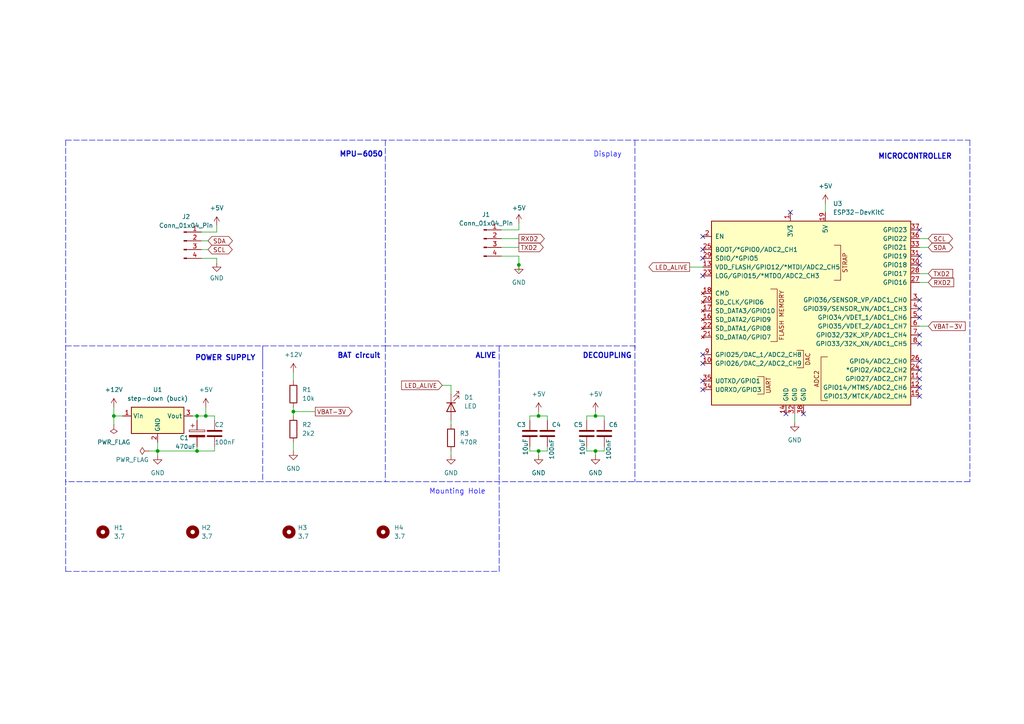
<source format=kicad_sch>
(kicad_sch (version 20230121) (generator eeschema)
  (paper "A4")
  (lib_symbols
    (symbol "+5V_1" (power) (pin_names (offset 0))
      (property "Value" "+5V_1" (at 0 3.556 0))
      (symbol "+5V_1_0_1"
        (polyline (pts (xy -0.762 1.27) (xy 0 2.54)))
        (polyline (pts (xy 0 0) (xy 0 2.54)))
        (polyline (pts (xy 0 2.54) (xy 0.762 1.27)))
      )
      (symbol "+5V_1_1_1"
        (pin power_in line (at 0 0 90) (length 0) hide (name "+5V") (number "1"))
      )
    )
    (symbol "+5V_2" (power) (pin_names (offset 0))
      (property "Value" "+5V_2" (at 0 3.556 0))
      (symbol "+5V_2_0_1"
        (polyline (pts (xy -0.762 1.27) (xy 0 2.54)))
        (polyline (pts (xy 0 0) (xy 0 2.54)))
        (polyline (pts (xy 0 2.54) (xy 0.762 1.27)))
      )
      (symbol "+5V_2_1_1"
        (pin power_in line (at 0 0 90) (length 0) hide (name "+5V") (number "1"))
      )
    )
    (symbol "+5V_3" (power) (pin_names (offset 0))
      (property "Value" "+5V_3" (at 0 3.556 0))
      (symbol "+5V_3_0_1"
        (polyline (pts (xy -0.762 1.27) (xy 0 2.54)))
        (polyline (pts (xy 0 0) (xy 0 2.54)))
        (polyline (pts (xy 0 2.54) (xy 0.762 1.27)))
      )
      (symbol "+5V_3_1_1"
        (pin power_in line (at 0 0 90) (length 0) hide (name "+5V") (number "1"))
      )
    )
    (symbol "Connector:Conn_01x04_Pin" (pin_names (offset 1.016) hide)
      (property "Reference" "J" (at 0 5.08 0))
      (property "Value" "Conn_01x04_Pin" (at 0 -7.62 0))
      (symbol "Conn_01x04_Pin_1_1"
        (polyline (pts (xy 1.27 -5.08) (xy 0.8636 -5.08)) (stroke (width 0.1524)))
        (polyline (pts (xy 1.27 -2.54) (xy 0.8636 -2.54)) (stroke (width 0.1524)))
        (polyline (pts (xy 1.27 0) (xy 0.8636 0)) (stroke (width 0.1524)))
        (polyline (pts (xy 1.27 2.54) (xy 0.8636 2.54)) (stroke (width 0.1524)))
        (rectangle (start 0.8636 -4.953) (end 0 -5.207) (stroke (width 0.1524)) (fill (type outline)))
        (rectangle (start 0.8636 -2.413) (end 0 -2.667) (stroke (width 0.1524)) (fill (type outline)))
        (rectangle (start 0.8636 0.127) (end 0 -0.127) (stroke (width 0.1524)) (fill (type outline)))
        (rectangle (start 0.8636 2.667) (end 0 2.413) (stroke (width 0.1524)) (fill (type outline)))
        (pin passive line (at 5.08 2.54 180) (length 3.81) (name "Pin_1") (number "1"))
        (pin passive line (at 5.08 0 180) (length 3.81) (name "Pin_2") (number "2"))
        (pin passive line (at 5.08 -2.54 180) (length 3.81) (name "Pin_3") (number "3"))
        (pin passive line (at 5.08 -5.08 180) (length 3.81) (name "Pin_4") (number "4"))
      )
    )
    (symbol "Device:C" (pin_numbers hide) (pin_names (offset 0.254))
      (property "Reference" "C" (at 0.635 2.54 0))
      (property "Value" "C" (at 0.635 -2.54 0))
      (symbol "C_0_1"
        (polyline (pts (xy -2.032 -0.762) (xy 2.032 -0.762)) (stroke (width 0.508)))
        (polyline (pts (xy -2.032 0.762) (xy 2.032 0.762)) (stroke (width 0.508)))
      )
      (symbol "C_1_1"
        (pin passive line (at 0 3.81 270) (length 2.794) (name "~") (number "1"))
        (pin passive line (at 0 -3.81 90) (length 2.794) (name "~") (number "2"))
      )
    )
    (symbol "Device:C_Polarized" (pin_numbers hide) (pin_names (offset 0.254))
      (property "Reference" "C" (at 0.635 2.54 0))
      (property "Value" "C_Polarized" (at 0.635 -2.54 0))
      (symbol "C_Polarized_0_1"
        (rectangle (start -2.286 0.508) (end 2.286 1.016))
        (polyline (pts (xy -1.778 2.286) (xy -0.762 2.286)))
        (polyline (pts (xy -1.27 2.794) (xy -1.27 1.778)))
        (rectangle (start 2.286 -0.508) (end -2.286 -1.016) (fill (type outline)))
      )
      (symbol "C_Polarized_1_1"
        (pin passive line (at 0 3.81 270) (length 2.794) (name "~") (number "1"))
        (pin passive line (at 0 -3.81 90) (length 2.794) (name "~") (number "2"))
      )
    )
    (symbol "Device:LED" (pin_numbers hide) (pin_names (offset 1.016) hide)
      (property "Reference" "D" (at 0 2.54 0))
      (property "Value" "LED" (at 0 -2.54 0))
      (symbol "LED_0_1"
        (polyline (pts (xy -1.27 -1.27) (xy -1.27 1.27)) (stroke (width 0.254)))
        (polyline (pts (xy -1.27 0) (xy 1.27 0)))
        (polyline (pts (xy 1.27 -1.27) (xy 1.27 1.27) (xy -1.27 0) (xy 1.27 -1.27)) (stroke (width 0.254)))
        (polyline (pts (xy -3.048 -0.762) (xy -4.572 -2.286) (xy -3.81 -2.286) (xy -4.572 -2.286) (xy -4.572 -1.524)))
        (polyline (pts (xy -1.778 -0.762) (xy -3.302 -2.286) (xy -2.54 -2.286) (xy -3.302 -2.286) (xy -3.302 -1.524)))
      )
      (symbol "LED_1_1"
        (pin passive line (at -3.81 0 0) (length 2.54) (name "K") (number "1"))
        (pin passive line (at 3.81 0 180) (length 2.54) (name "A") (number "2"))
      )
    )
    (symbol "Device:R" (pin_numbers hide) (pin_names (offset 0))
      (property "Reference" "R" (at 2.032 0 90))
      (property "Value" "R" (at 0 0 90))
      (symbol "R_0_1"
        (rectangle (start -1.016 -2.54) (end 1.016 2.54) (stroke (width 0.254)))
      )
      (symbol "R_1_1"
        (pin passive line (at 0 3.81 270) (length 1.27) (name "~") (number "1"))
        (pin passive line (at 0 -3.81 90) (length 1.27) (name "~") (number "2"))
      )
    )
    (symbol "Espressif:ESP32-DevKitC" (pin_names (offset 1.016))
      (property "Reference" "U" (at -30.48 30.48 0))
      (property "Value" "ESP32-DevKitC" (at -30.48 27.94 0))
      (symbol "ESP32-DevKitC_0_0"
        (text "ADC2" (at 0 -20.32 900) (effects (font (size 1.27 1.27))))
        (text "DAC" (at -2.54 -14.605 900) (effects (font (size 1.27 1.27))))
        (text "FLASH MEMORY" (at -10.16 -1.905 900) (effects (font (size 1.27 1.27))))
        (text "STRAP" (at 8.255 13.335 900) (effects (font (size 1.27 1.27))))
        (text "UART" (at -13.97 -22.225 900) (effects (font (size 1.27 1.27))))
        (pin power_in line (at -8.89 -30.48 90) (length 2.54) (name "GND") (number "14"))
        (pin power_in line (at 2.54 27.94 270) (length 2.54) (name "5V") (number "19"))
      )
      (symbol "ESP32-DevKitC_0_1"
        (rectangle (start -30.48 25.4) (end 27.305 -27.94) (stroke (width 0.254)) (fill (type background)))
        (polyline (pts (xy -17.145 -19.685) (xy -15.24 -19.685) (xy -15.24 -24.765) (xy -17.145 -24.765)))
        (polyline (pts (xy -13.335 5.715) (xy -11.43 5.715) (xy -11.43 -9.525) (xy -13.335 -9.525)))
        (polyline (pts (xy -5.715 -12.065) (xy -3.81 -12.065) (xy -3.81 -17.145) (xy -5.715 -17.145)))
        (polyline (pts (xy 3.175 -13.97) (xy 1.27 -13.97) (xy 1.27 -26.67) (xy 3.175 -26.67)))
        (polyline (pts (xy 5.08 18.415) (xy 6.985 18.415) (xy 6.985 8.255) (xy 5.08 8.255)))
      )
      (symbol "ESP32-DevKitC_1_1"
        (pin power_in line (at -7.62 27.94 270) (length 2.54) (name "3V3") (number "1"))
        (pin bidirectional line (at -33.02 -15.875 0) (length 2.54) (name "GPIO26/DAC_2/ADC2_CH9") (number "10"))
        (pin bidirectional line (at 29.845 -20.32 180) (length 2.54) (name "GPIO27/ADC2_CH7") (number "11"))
        (pin bidirectional line (at 29.845 -22.86 180) (length 2.54) (name "GPIO14/MTMS/ADC2_CH6") (number "12"))
        (pin bidirectional line (at -33.02 12.065 0) (length 2.54) (name "VDD_FLASH/GPIO12/*MTDI/ADC2_CH5") (number "13"))
        (pin bidirectional line (at 29.845 -25.4 180) (length 2.54) (name "GPIO13/MTCK/ADC2_CH4") (number "15"))
        (pin no_connect line (at -33.02 -3.175 0) (length 2.54) (name "SD_DATA2/GPIO9") (number "16"))
        (pin no_connect line (at -33.02 -0.635 0) (length 2.54) (name "SD_DATA3/GPIO10") (number "17"))
        (pin no_connect line (at -33.02 4.445 0) (length 2.54) (name "CMD") (number "18"))
        (pin input line (at -33.02 20.955 0) (length 2.54) (name "EN") (number "2"))
        (pin no_connect line (at -33.02 1.905 0) (length 2.54) (name "SD_CLK/GPIO6") (number "20"))
        (pin no_connect line (at -33.02 -8.255 0) (length 2.54) (name "SD_DATA0/GPIO7") (number "21"))
        (pin no_connect line (at -33.02 -5.715 0) (length 2.54) (name "SD_DATA1/GPIO8") (number "22"))
        (pin bidirectional line (at -33.02 9.525 0) (length 2.54) (name "LOG/GPIO15/*MTDO/ADC2_CH3") (number "23"))
        (pin bidirectional line (at 29.845 -17.78 180) (length 2.54) (name "*GPIO2/ADC2_CH2") (number "24"))
        (pin bidirectional line (at -33.02 17.145 0) (length 2.54) (name "BOOT/*GPIO0/ADC2_CH1") (number "25"))
        (pin bidirectional line (at 29.845 -15.24 180) (length 2.54) (name "GPIO4/ADC2_CH0") (number "26"))
        (pin bidirectional line (at 29.845 7.62 180) (length 2.54) (name "GPIO16") (number "27"))
        (pin bidirectional line (at 29.845 10.16 180) (length 2.54) (name "GPIO17") (number "28"))
        (pin bidirectional line (at -33.02 14.605 0) (length 2.54) (name "SDIO/*GPIO5") (number "29"))
        (pin input line (at 29.845 2.54 180) (length 2.54) (name "GPIO36/SENSOR_VP/ADC1_CH0") (number "3"))
        (pin bidirectional line (at 29.845 12.7 180) (length 2.54) (name "GPIO18") (number "30"))
        (pin bidirectional line (at 29.845 15.24 180) (length 2.54) (name "GPIO19") (number "31"))
        (pin power_in line (at -6.35 -30.48 90) (length 2.54) (name "GND") (number "32"))
        (pin bidirectional line (at 29.845 17.78 180) (length 2.54) (name "GPIO21") (number "33"))
        (pin bidirectional line (at -33.02 -23.495 0) (length 2.54) (name "U0RXD/GPIO3") (number "34"))
        (pin bidirectional line (at -33.02 -20.955 0) (length 2.54) (name "U0TXD/GPIO1") (number "35"))
        (pin bidirectional line (at 29.845 20.32 180) (length 2.54) (name "GPIO22") (number "36"))
        (pin bidirectional line (at 29.845 22.86 180) (length 2.54) (name "GPIO23") (number "37"))
        (pin power_in line (at -3.81 -30.48 90) (length 2.54) (name "GND") (number "38"))
        (pin input line (at 29.845 0 180) (length 2.54) (name "GPIO39/SENSOR_VN/ADC1_CH3") (number "4"))
        (pin input line (at 29.845 -2.54 180) (length 2.54) (name "GPIO34/VDET_1/ADC1_CH6") (number "5"))
        (pin input line (at 29.845 -5.08 180) (length 2.54) (name "GPIO35/VDET_2/ADC1_CH7") (number "6"))
        (pin bidirectional line (at 29.845 -7.62 180) (length 2.54) (name "GPIO32/32K_XP/ADC1_CH4") (number "7"))
        (pin bidirectional line (at 29.845 -10.16 180) (length 2.54) (name "GPIO33/32K_XN/ADC1_CH5") (number "8"))
        (pin bidirectional line (at -33.02 -13.335 0) (length 2.54) (name "GPIO25/DAC_1/ADC2_CH8") (number "9"))
      )
    )
    (symbol "GND_1" (power) (pin_names (offset 0))
      (property "Value" "GND_1" (at 0 -3.81 0))
      (symbol "GND_1_0_1"
        (polyline (pts (xy 0 0) (xy 0 -1.27) (xy 1.27 -1.27) (xy 0 -2.54) (xy -1.27 -1.27) (xy 0 -1.27)))
      )
      (symbol "GND_1_1_1"
        (pin power_in line (at 0 0 270) (length 0) hide (name "GND") (number "1"))
      )
    )
    (symbol "GND_2" (power) (pin_names (offset 0))
      (property "Value" "GND_2" (at 0 -3.81 0))
      (symbol "GND_2_0_1"
        (polyline (pts (xy 0 0) (xy 0 -1.27) (xy 1.27 -1.27) (xy 0 -2.54) (xy -1.27 -1.27) (xy 0 -1.27)))
      )
      (symbol "GND_2_1_1"
        (pin power_in line (at 0 0 270) (length 0) hide (name "GND") (number "1"))
      )
    )
    (symbol "GND_3" (power) (pin_names (offset 0))
      (property "Value" "GND_3" (at 0 -3.81 0))
      (symbol "GND_3_0_1"
        (polyline (pts (xy 0 0) (xy 0 -1.27) (xy 1.27 -1.27) (xy 0 -2.54) (xy -1.27 -1.27) (xy 0 -1.27)))
      )
      (symbol "GND_3_1_1"
        (pin power_in line (at 0 0 270) (length 0) hide (name "GND") (number "1"))
      )
    )
    (symbol "Mechanical:MountingHole" (pin_names (offset 1.016))
      (property "Reference" "H" (at 0 5.08 0))
      (property "Value" "MountingHole" (at 0 3.175 0))
      (symbol "MountingHole_0_1"
        (circle (center 0 0) (radius 1.27) (stroke (width 1.27)))
      )
    )
    (symbol "Regulator_Switching:TSR_1-2412"
      (property "Reference" "U" (at -7.62 6.35 0))
      (property "Value" "TSR_1-2412" (at -1.27 6.35 0))
      (symbol "TSR_1-2412_0_1"
        (rectangle (start -7.62 5.08) (end 7.62 -2.54) (stroke (width 0.254)) (fill (type background)))
      )
      (symbol "TSR_1-2412_1_1"
        (pin power_in line (at -10.16 2.54 0) (length 2.54) (name "Vin") (number "1"))
        (pin power_in line (at 0 -5.08 90) (length 2.54) (name "GND") (number "2"))
        (pin power_out line (at 10.16 2.54 180) (length 2.54) (name "Vout") (number "3"))
      )
    )
    (symbol "power:+12V" (power) (pin_names (offset 0))
      (property "Value" "+12V" (at 0 3.556 0))
      (symbol "+12V_0_1"
        (polyline (pts (xy -0.762 1.27) (xy 0 2.54)))
        (polyline (pts (xy 0 0) (xy 0 2.54)))
        (polyline (pts (xy 0 2.54) (xy 0.762 1.27)))
      )
      (symbol "+12V_1_1"
        (pin power_in line (at 0 0 90) (length 0) hide (name "+12V") (number "1"))
      )
    )
    (symbol "power:+5V" (power) (pin_names (offset 0))
      (property "Value" "+5V" (at 0 3.556 0))
      (symbol "+5V_0_1"
        (polyline (pts (xy -0.762 1.27) (xy 0 2.54)))
        (polyline (pts (xy 0 0) (xy 0 2.54)))
        (polyline (pts (xy 0 2.54) (xy 0.762 1.27)))
      )
      (symbol "+5V_1_1"
        (pin power_in line (at 0 0 90) (length 0) hide (name "+5V") (number "1"))
      )
    )
    (symbol "power:GND" (power) (pin_names (offset 0))
      (property "Value" "GND" (at 0 -3.81 0))
      (symbol "GND_0_1"
        (polyline (pts (xy 0 0) (xy 0 -1.27) (xy 1.27 -1.27) (xy 0 -2.54) (xy -1.27 -1.27) (xy 0 -1.27)))
      )
      (symbol "GND_1_1"
        (pin power_in line (at 0 0 270) (length 0) hide (name "GND") (number "1"))
      )
    )
    (symbol "power:PWR_FLAG" (power) (pin_numbers hide) (pin_names (offset 0) hide)
      (property "Value" "PWR_FLAG" (at 0 3.81 0))
      (symbol "PWR_FLAG_0_0"
        (pin power_out line (at 0 0 90) (length 0) (name "pwr") (number "1"))
      )
      (symbol "PWR_FLAG_0_1"
        (polyline (pts (xy 0 0) (xy 0 1.27) (xy -1.016 1.905) (xy 0 2.54) (xy 1.016 1.905) (xy 0 1.27)))
      )
    )
  )
  (junction (at 45.72 130.81))
  (junction (at 156.21 130.81))
  (junction (at 172.72 120.65))
  (junction (at 57.15 130.81))
  (junction (at 150.495 76.835))
  (junction (at 85.09 119.38))
  (junction (at 57.15 120.65))
  (junction (at 59.69 120.65))
  (junction (at 33.02 120.65))
  (junction (at 172.72 130.81))
  (junction (at 156.21 120.65))
  (no_connect (at 203.835 102.87))
  (no_connect (at 203.835 72.39))
  (no_connect (at 266.7 104.775))
  (no_connect (at 203.835 68.58))
  (no_connect (at 233.045 120.015))
  (no_connect (at 266.7 76.835))
  (no_connect (at 266.7 86.995))
  (no_connect (at 266.7 99.695))
  (no_connect (at 266.7 97.155))
  (no_connect (at 266.7 114.935))
  (no_connect (at 227.965 120.015))
  (no_connect (at 266.7 66.675))
  (no_connect (at 203.835 110.49))
  (no_connect (at 203.835 80.01))
  (no_connect (at 266.7 107.315))
  (no_connect (at 266.7 74.295))
  (no_connect (at 266.7 112.395))
  (no_connect (at 203.835 74.93))
  (no_connect (at 266.7 92.075))
  (no_connect (at 266.7 89.535))
  (no_connect (at 203.835 113.03))
  (no_connect (at 203.835 105.41))
  (no_connect (at 229.235 61.595))
  (no_connect (at 266.7 109.855))
  (wire (pts (xy 145.415 66.675) (xy 150.495 66.675)))
  (wire (pts (xy 45.72 128.27) (xy 45.72 130.81)))
  (wire (pts (xy 85.09 118.11) (xy 85.09 119.38)))
  (wire (pts (xy 153.67 121.92) (xy 153.67 120.65)))
  (wire (pts (xy 58.42 69.85) (xy 60.325 69.85)))
  (wire (pts (xy 158.75 120.65) (xy 158.75 121.92)))
  (polyline (pts (xy 111.76 100.33) (xy 111.76 139.7)) (stroke (width 0) (type dash)))
  (polyline (pts (xy 238.76 40.64) (xy 281.305 40.64)) (stroke (width 0) (type dash)))
  (wire (pts (xy 85.09 119.38) (xy 85.09 120.65)))
  (wire (pts (xy 266.7 79.375) (xy 269.24 79.375)))
  (polyline (pts (xy 144.78 165.735) (xy 144.78 139.7)) (stroke (width 0) (type dash)))
  (wire (pts (xy 62.23 130.81) (xy 57.15 130.81)))
  (wire (pts (xy 58.42 72.39) (xy 60.325 72.39)))
  (wire (pts (xy 128.27 111.76) (xy 130.81 111.76)))
  (wire (pts (xy 57.15 129.54) (xy 57.15 130.81)))
  (wire (pts (xy 172.72 132.08) (xy 172.72 130.81)))
  (wire (pts (xy 150.495 74.295) (xy 150.495 76.835)))
  (wire (pts (xy 145.415 69.215) (xy 150.495 69.215)))
  (wire (pts (xy 156.21 120.65) (xy 158.75 120.65)))
  (wire (pts (xy 239.395 59.055) (xy 239.395 61.595)))
  (wire (pts (xy 130.81 111.76) (xy 130.81 114.3)))
  (wire (pts (xy 145.415 71.755) (xy 150.495 71.755)))
  (wire (pts (xy 170.18 120.65) (xy 172.72 120.65)))
  (polyline (pts (xy 281.305 40.64) (xy 281.305 139.7)) (stroke (width 0) (type dash)))
  (wire (pts (xy 45.72 130.81) (xy 45.72 132.08)))
  (wire (pts (xy 172.72 120.65) (xy 175.26 120.65)))
  (wire (pts (xy 62.23 121.92) (xy 62.23 120.65)))
  (wire (pts (xy 153.67 130.81) (xy 153.67 129.54)))
  (wire (pts (xy 172.72 130.81) (xy 170.18 130.81)))
  (polyline (pts (xy 281.305 139.7) (xy 238.76 139.7)) (stroke (width 0) (type dash)))
  (wire (pts (xy 200.025 77.47) (xy 203.835 77.47)))
  (polyline (pts (xy 19.05 100.33) (xy 76.2 100.33)) (stroke (width 0) (type dash)))
  (polyline (pts (xy 76.2 105.41) (xy 76.2 100.33)))
  (wire (pts (xy 130.81 121.92) (xy 130.81 123.19)))
  (wire (pts (xy 59.69 118.11) (xy 59.69 120.65)))
  (wire (pts (xy 266.7 71.755) (xy 269.24 71.755)))
  (wire (pts (xy 172.72 120.65) (xy 172.72 119.38)))
  (wire (pts (xy 57.15 120.65) (xy 57.15 121.92)))
  (wire (pts (xy 57.15 120.65) (xy 55.88 120.65)))
  (wire (pts (xy 85.09 119.38) (xy 91.44 119.38)))
  (wire (pts (xy 230.505 120.015) (xy 230.505 122.555)))
  (wire (pts (xy 130.81 130.81) (xy 130.81 132.08)))
  (polyline (pts (xy 19.05 40.64) (xy 238.76 40.64)) (stroke (width 0) (type dash)))
  (polyline (pts (xy 19.05 40.64) (xy 19.05 139.7)) (stroke (width 0) (type dash)))
  (polyline (pts (xy 19.05 165.735) (xy 144.78 165.735)) (stroke (width 0) (type dash)))
  (wire (pts (xy 62.23 129.54) (xy 62.23 130.81)))
  (polyline (pts (xy 238.76 139.7) (xy 19.05 139.7)) (stroke (width 0) (type dash)))
  (wire (pts (xy 156.21 130.81) (xy 158.75 130.81)))
  (wire (pts (xy 145.415 74.295) (xy 150.495 74.295)))
  (wire (pts (xy 150.495 66.675) (xy 150.495 64.77)))
  (wire (pts (xy 170.18 130.81) (xy 170.18 129.54)))
  (wire (pts (xy 158.75 130.81) (xy 158.75 129.54)))
  (polyline (pts (xy 111.76 40.64) (xy 111.76 100.33)) (stroke (width 0) (type dash)))
  (wire (pts (xy 175.26 130.81) (xy 175.26 129.54)))
  (wire (pts (xy 150.495 76.835) (xy 150.495 78.74)))
  (wire (pts (xy 58.42 74.93) (xy 62.865 74.93)))
  (wire (pts (xy 62.865 67.31) (xy 62.865 65.405)))
  (wire (pts (xy 266.7 81.915) (xy 269.24 81.915)))
  (polyline (pts (xy 184.15 100.33) (xy 184.15 100.965)))
  (wire (pts (xy 43.18 130.81) (xy 45.72 130.81)))
  (polyline (pts (xy 144.78 107.95) (xy 144.78 139.7)) (stroke (width 0) (type dash)))
  (polyline (pts (xy 76.2 105.41) (xy 76.2 139.7)) (stroke (width 0) (type dash)))
  (wire (pts (xy 33.02 120.65) (xy 33.02 123.19)))
  (wire (pts (xy 59.69 120.65) (xy 57.15 120.65)))
  (wire (pts (xy 153.67 120.65) (xy 156.21 120.65)))
  (wire (pts (xy 62.865 74.93) (xy 62.865 76.2)))
  (wire (pts (xy 156.21 120.65) (xy 156.21 119.38)))
  (wire (pts (xy 58.42 67.31) (xy 62.865 67.31)))
  (wire (pts (xy 266.7 94.615) (xy 269.24 94.615)))
  (polyline (pts (xy 111.76 100.33) (xy 184.15 100.33)) (stroke (width 0) (type dash)))
  (wire (pts (xy 33.02 118.11) (xy 33.02 120.65)))
  (polyline (pts (xy 76.2 100.33) (xy 111.76 100.33)) (stroke (width 0) (type dash)))
  (wire (pts (xy 156.21 132.08) (xy 156.21 130.81)))
  (wire (pts (xy 156.21 130.81) (xy 153.67 130.81)))
  (wire (pts (xy 33.02 120.65) (xy 35.56 120.65)))
  (wire (pts (xy 175.26 120.65) (xy 175.26 121.92)))
  (wire (pts (xy 85.09 128.27) (xy 85.09 130.81)))
  (wire (pts (xy 57.15 130.81) (xy 45.72 130.81)))
  (polyline (pts (xy 184.15 40.64) (xy 184.15 139.7)) (stroke (width 0) (type dash)))
  (polyline (pts (xy 19.05 139.065) (xy 19.05 165.735)) (stroke (width 0) (type dash)))
  (polyline (pts (xy 144.78 100.33) (xy 144.78 107.95)) (stroke (width 0) (type dash)))
  (wire (pts (xy 170.18 121.92) (xy 170.18 120.65)))
  (wire (pts (xy 172.72 130.81) (xy 175.26 130.81)))
  (wire (pts (xy 85.09 107.95) (xy 85.09 110.49)))
  (wire (pts (xy 266.7 69.215) (xy 269.24 69.215)))
  (wire (pts (xy 62.23 120.65) (xy 59.69 120.65)))
  (text "DECOUPLING" (at 168.91 104.14 0) (effects (font (size 1.5 1.5) bold) (justify left bottom)))
  (text "Mounting Hole" (at 124.46 143.51 0) (effects (font (size 1.5 1.5)) (justify left bottom)))
  (text "MICROCONTROLLER" (at 254.635 46.355 0) (effects (font (size 1.5 1.5) (thickness 0.3) bold) (justify left bottom)))
  (text "Display" (at 172.085 45.72 0) (effects (font (size 1.5 1.5)) (justify left bottom)))
  (text "BAT circuit" (at 97.79 104.14 0) (effects (font (size 1.5 1.5) bold) (justify left bottom)))
  (text "MPU-6050\n" (at 98.425 45.72 0) (effects (font (size 1.5 1.5) (thickness 0.3) bold) (justify left bottom)))
  (text "POWER SUPPLY" (at 56.515 104.775 0) (effects (font (size 1.5 1.5) (thickness 0.3) bold) (justify left bottom)))
  (text "ALIVE" (at 137.795 104.14 0) (effects (font (size 1.5 1.5) bold) (justify left bottom)))
  (global_label "LED_ALIVE" (shape output) (at 200.025 77.47 180) (property "Intersheetrefs" "${INTERSHEET_REFS}" (effects hide)))
  (global_label "SDA" (shape bidirectional) (at 60.325 69.85 0) (property "Intersheetrefs" "${INTERSHEET_REFS}" (effects hide)))
  (global_label "SCL" (shape bidirectional) (at 60.325 72.39 0) (property "Intersheetrefs" "${INTERSHEET_REFS}" (effects hide)))
  (global_label "SCL" (shape bidirectional) (at 269.24 69.215 0) (property "Intersheetrefs" "${INTERSHEET_REFS}" (effects hide)))
  (global_label "RXD2" (shape output) (at 150.495 69.215 0) (property "Intersheetrefs" "${INTERSHEET_REFS}" (effects hide)))
  (global_label "VBAT-3V" (shape output) (at 91.44 119.38 0) (property "Intersheetrefs" "${INTERSHEET_REFS}" (effects hide)))
  (global_label "LED_ALIVE" (shape input) (at 128.27 111.76 180) (property "Intersheetrefs" "${INTERSHEET_REFS}" (effects hide)))
  (global_label "RXD2" (shape input) (at 269.24 81.915 0) (property "Intersheetrefs" "${INTERSHEET_REFS}" (effects hide)))
  (global_label "VBAT-3V" (shape input) (at 269.24 94.615 0) (property "Intersheetrefs" "${INTERSHEET_REFS}" (effects hide)))
  (global_label "TXD2" (shape input) (at 269.24 79.375 0) (property "Intersheetrefs" "${INTERSHEET_REFS}" (effects hide)))
  (global_label "SDA" (shape bidirectional) (at 269.24 71.755 0) (property "Intersheetrefs" "${INTERSHEET_REFS}" (effects hide)))
  (global_label "TXD2" (shape output) (at 150.495 71.755 0) (property "Intersheetrefs" "${INTERSHEET_REFS}" (effects hide)))
  (symbol (lib_id "power:PWR_FLAG") (at 33.02 123.19 180) (unit 1)
    (property "Reference" "#FLG01" (effects hide))
    (property "Value" "PWR_FLAG" (at 33.02 128.27 0))
  )
  (symbol (lib_name "GND_2") (lib_id "power:GND") (at 230.505 122.555 0) (unit 1)
    (property "Reference" "#PWR015" (effects hide))
    (property "Value" "GND" (at 230.505 127.635 0))
  )
  (symbol (lib_id "Device:R") (at 130.81 127 0) (unit 1)
    (property "Reference" "R3" (at 133.35 125.7299 0) (effects (justify left)))
    (property "Value" "470R" (at 133.35 128.2699 0) (effects (justify left)))
    (property "Footprint" "Resistor_THT:R_Axial_DIN0204_L3.6mm_D1.6mm_P5.08mm_Horizontal" (effects hide))
  )
  (symbol (lib_id "Device:R") (at 85.09 124.46 0) (unit 1)
    (property "Reference" "R2" (at 87.63 123.1899 0) (effects (justify left)))
    (property "Value" "2k2" (at 87.63 125.7299 0) (effects (justify left)))
    (property "Footprint" "Resistor_THT:R_Axial_DIN0204_L3.6mm_D1.6mm_P5.08mm_Horizontal" (effects hide))
  )
  (symbol (lib_id "power:GND") (at 130.81 132.08 0) (unit 1)
    (property "Reference" "#PWR08" (effects hide))
    (property "Value" "GND" (at 130.81 137.16 0))
  )
  (symbol (lib_id "Device:C_Polarized") (at 57.15 125.73 0) (unit 1)
    (property "Reference" "C1" (at 52.07 127 0) (effects (justify left)))
    (property "Value" "470uF" (at 50.8 129.54 0) (effects (justify left)))
    (property "Footprint" "Capacitor_THT:CP_Radial_D6.3mm_P2.50mm" (effects hide))
  )
  (symbol (lib_id "power:GND") (at 45.72 132.08 0) (unit 1)
    (property "Reference" "#PWR02" (effects hide))
    (property "Value" "GND" (at 45.72 137.16 0))
  )
  (symbol (lib_id "Mechanical:MountingHole") (at 55.88 154.305 0) (unit 1)
    (property "Reference" "H2" (at 58.42 153.035 0) (effects (justify left)))
    (property "Value" "3.7" (at 58.42 155.575 0) (effects (justify left)))
    (property "Footprint" "MountingHole:MountingHole_3.7mm" (effects hide))
  )
  (symbol (lib_name "+5V_1") (lib_id "power:+5V") (at 150.495 64.77 0) (unit 1)
    (property "Reference" "#PWR09" (effects hide))
    (property "Value" "+5V" (at 150.495 60.325 0))
  )
  (symbol (lib_name "GND_3") (lib_id "power:GND") (at 62.865 76.2 0) (unit 1)
    (property "Reference" "#PWR018" (effects hide))
    (property "Value" "GND" (at 62.865 80.645 0))
  )
  (symbol (lib_id "Regulator_Switching:TSR_1-2412") (at 45.72 123.19 0) (unit 1)
    (property "Reference" "U1" (at 45.72 113.03 0))
    (property "Value" "step-down (buck)" (at 45.72 115.57 0))
    (property "Footprint" "StepDown:StepDown_LM2596" (effects hide))
    (property "Datasheet" "http://www.tracopower.com/products/tsr1.pdf" (effects hide))
  )
  (symbol (lib_id "Device:C") (at 158.75 125.73 0) (unit 1)
    (property "Reference" "C4" (at 160.02 123.19 0) (effects (justify left)))
    (property "Value" "100nF" (at 160.02 133.35 90) (effects (justify left)))
    (property "Footprint" "Capacitor_THT:C_Disc_D5.0mm_W2.5mm_P5.00mm" (effects hide))
  )
  (symbol (lib_id "power:GND") (at 85.09 130.81 0) (unit 1)
    (property "Reference" "#PWR07" (effects hide))
    (property "Value" "GND" (at 85.09 135.89 0))
  )
  (symbol (lib_id "Connector:Conn_01x04_Pin") (at 53.34 69.85 0) (unit 1)
    (property "Reference" "J2" (at 53.975 62.865 0))
    (property "Value" "Conn_01x04_Pin" (at 53.975 65.405 0))
    (property "Footprint" "Connector:FanPinHeader_1x04_P2.54mm_Vertical" (effects hide))
  )
  (symbol (lib_id "Mechanical:MountingHole") (at 29.845 154.305 0) (unit 1)
    (property "Reference" "H1" (at 33.02 153.035 0) (effects (justify left)))
    (property "Value" "3.7" (at 33.02 155.575 0) (effects (justify left)))
    (property "Footprint" "MountingHole:MountingHole_3.7mm" (effects hide))
  )
  (symbol (lib_id "power:+12V") (at 33.02 118.11 0) (unit 1)
    (property "Reference" "#PWR01" (effects hide))
    (property "Value" "+12V" (at 33.02 113.03 0))
  )
  (symbol (lib_id "Device:C") (at 175.26 125.73 0) (unit 1)
    (property "Reference" "C6" (at 176.53 123.19 0) (effects (justify left)))
    (property "Value" "100nF" (at 176.53 133.35 90) (effects (justify left)))
    (property "Footprint" "Capacitor_THT:C_Disc_D5.0mm_W2.5mm_P5.00mm" (effects hide))
  )
  (symbol (lib_name "GND_1") (lib_id "power:GND") (at 150.495 76.835 0) (unit 1)
    (property "Reference" "#PWR010" (effects hide))
    (property "Value" "GND" (at 150.495 81.915 0))
  )
  (symbol (lib_id "Device:C") (at 170.18 125.73 0) (unit 1)
    (property "Reference" "C5" (at 166.37 123.19 0) (effects (justify left)))
    (property "Value" "10uF" (at 168.91 132.08 90) (effects (justify left)))
    (property "Footprint" "Capacitor_THT:C_Disc_D5.0mm_W2.5mm_P5.00mm" (effects hide))
  )
  (symbol (lib_id "power:+5V") (at 172.72 119.38 0) (unit 1)
    (property "Reference" "#PWR013" (effects hide))
    (property "Value" "+5V" (at 172.72 114.3 0))
  )
  (symbol (lib_id "Espressif:ESP32-DevKitC") (at 236.855 89.535 0) (unit 1)
    (property "Reference" "U3" (at 241.5891 59.055 0) (effects (justify left)))
    (property "Value" "ESP32-DevKitC" (at 241.5891 61.595 0) (effects (justify left)))
    (property "Footprint" "Espressif:ESP32-DevKitC" (effects hide))
    (property "Datasheet" "https://docs.espressif.com/projects/esp-idf/zh_CN/latest/esp32/hw-reference/esp32/get-started-devkitc.html" (effects hide))
  )
  (symbol (lib_id "power:+5V") (at 156.21 119.38 0) (unit 1)
    (property "Reference" "#PWR011" (effects hide))
    (property "Value" "+5V" (at 156.21 114.3 0))
  )
  (symbol (lib_id "Device:LED") (at 130.81 118.11 90) (mirror x) (unit 1)
    (property "Reference" "D1" (at 134.62 115.2524 90) (effects (justify right)))
    (property "Value" "LED" (at 134.62 117.7924 90) (effects (justify right)))
    (property "Footprint" "LED_THT:LED_D3.0mm_FlatTop" (effects hide))
  )
  (symbol (lib_id "Device:R") (at 85.09 114.3 0) (unit 1)
    (property "Reference" "R1" (at 87.63 113.0299 0) (effects (justify left)))
    (property "Value" "10k" (at 87.63 115.5699 0) (effects (justify left)))
    (property "Footprint" "Resistor_THT:R_Axial_DIN0204_L3.6mm_D1.6mm_P5.08mm_Horizontal" (effects hide))
  )
  (symbol (lib_id "Mechanical:MountingHole") (at 83.82 154.305 0) (unit 1)
    (property "Reference" "H3" (at 86.36 153.035 0) (effects (justify left)))
    (property "Value" "3.7" (at 86.36 155.575 0) (effects (justify left)))
    (property "Footprint" "MountingHole:MountingHole_3.7mm" (effects hide))
  )
  (symbol (lib_id "Connector:Conn_01x04_Pin") (at 140.335 69.215 0) (unit 1)
    (property "Reference" "J1" (at 140.97 62.23 0))
    (property "Value" "Conn_01x04_Pin" (at 140.97 64.77 0))
    (property "Footprint" "Connector:FanPinHeader_1x04_P2.54mm_Vertical" (effects hide))
  )
  (symbol (lib_id "Device:C") (at 153.67 125.73 0) (unit 1)
    (property "Reference" "C3" (at 149.86 123.19 0) (effects (justify left)))
    (property "Value" "10uF" (at 152.4 132.08 90) (effects (justify left)))
    (property "Footprint" "Capacitor_THT:C_Disc_D5.0mm_W2.5mm_P5.00mm" (effects hide))
  )
  (symbol (lib_name "+5V_2") (lib_id "power:+5V") (at 62.865 65.405 0) (unit 1)
    (property "Reference" "#PWR017" (effects hide))
    (property "Value" "+5V" (at 62.865 60.325 0))
  )
  (symbol (lib_id "Device:C") (at 62.23 125.73 0) (unit 1)
    (property "Reference" "C2" (at 62.23 123.19 0) (effects (justify left)))
    (property "Value" "100nF" (at 62.23 128.27 0) (effects (justify left)))
    (property "Footprint" "Capacitor_THT:C_Disc_D5.0mm_W2.5mm_P5.00mm" (effects hide))
  )
  (symbol (lib_id "power:GND") (at 172.72 132.08 0) (unit 1)
    (property "Reference" "#PWR014" (effects hide))
    (property "Value" "GND" (at 172.72 137.16 0))
  )
  (symbol (lib_id "power:+5V") (at 59.69 118.11 0) (unit 1)
    (property "Reference" "#PWR05" (effects hide))
    (property "Value" "+5V" (at 59.69 113.03 0))
  )
  (symbol (lib_id "power:PWR_FLAG") (at 43.18 130.81 90) (unit 1)
    (property "Reference" "#FLG02" (effects hide))
    (property "Value" "PWR_FLAG" (at 43.18 133.35 90) (effects (justify left)))
  )
  (symbol (lib_id "power:GND") (at 156.21 132.08 0) (unit 1)
    (property "Reference" "#PWR012" (effects hide))
    (property "Value" "GND" (at 156.21 137.16 0))
  )
  (symbol (lib_id "Mechanical:MountingHole") (at 111.125 154.305 0) (unit 1)
    (property "Reference" "H4" (at 114.3 153.035 0) (effects (justify left)))
    (property "Value" "3.7" (at 114.3 155.575 0) (effects (justify left)))
    (property "Footprint" "MountingHole:MountingHole_3.7mm" (effects hide))
  )
  (symbol (lib_id "power:+12V") (at 85.09 107.95 0) (unit 1)
    (property "Reference" "#PWR06" (effects hide))
    (property "Value" "+12V" (at 85.09 102.87 0))
  )
  (symbol (lib_name "+5V_3") (lib_id "power:+5V") (at 239.395 59.055 0) (unit 1)
    (property "Reference" "#PWR016" (effects hide))
    (property "Value" "+5V" (at 239.395 53.975 0))
  )
)
</source>
